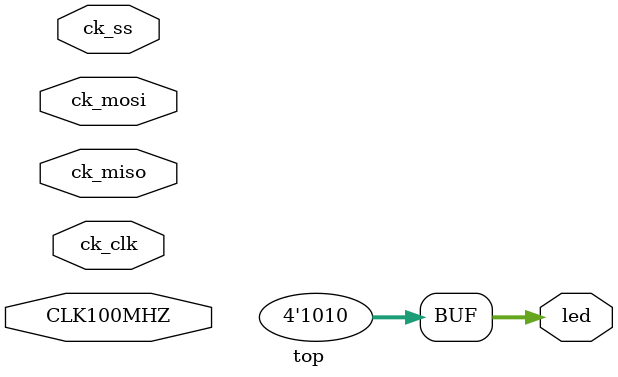
<source format=v>
`timescale 1ns / 1ps

module top(
    input CLK100MHZ,
    input ck_mosi, ck_miso, ck_clk, ck_ss, // SPI
    output [3:0] led
);
    assign led[3:0] = 4'b1010;
    // wire clk = CLK100MHZ;
    // reg [3:0] recv;
    // reg[3:0] led_val = 15;
    // reg[3:0] send = 4'b1010;
    // reg output_valid;

    // assign led = led_val;

    // spi_slave #(.WIDTH(4)) spi0 (
    //     .mosi(ck_mosi),
    //     .miso(ck_miso),
    //     .sclk(ck_clk),
    //     .clk(clk),
    //     .csn(ck_ss),
    //     .recv(recv),
    //     .send(send),
    //     .output_valid(output_valid)
    // );

    // always @(posedge clk) begin
    //     if (output_valid) begin
    //         led_val <= recv;
    //     end
    // end

endmodule
</source>
